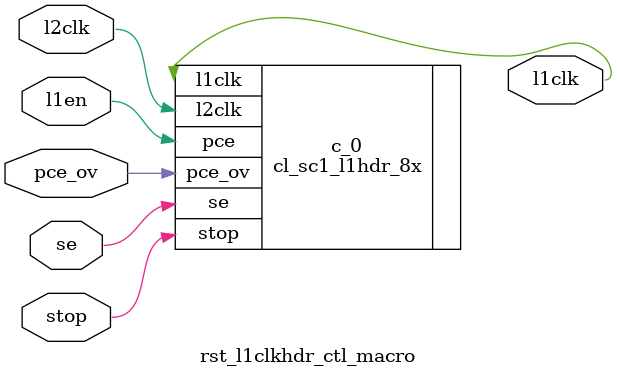
<source format=v>
module rst_l1clkhdr_ctl_macro (
  l2clk, 
  l1en, 
  pce_ov, 
  stop, 
  se, 
  l1clk);


  input l2clk;
  input l1en;
  input pce_ov;
  input stop;
  input se;
  output l1clk;



 

cl_sc1_l1hdr_8x c_0 (


   .l2clk(l2clk),
   .pce(l1en),
   .l1clk(l1clk),
  .se(se),
  .pce_ov(pce_ov),
  .stop(stop)
);



endmodule


</source>
